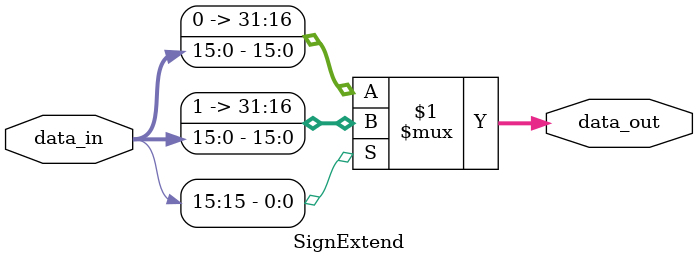
<source format=v>
module SignExtend (
    input [15:0] data_in, 
    output [31:0] data_out
);
    assign data_out = data_in[15]? {{16{1'b1}}, data_in} : {{16{1'b0}}, data_in};
endmodule
</source>
